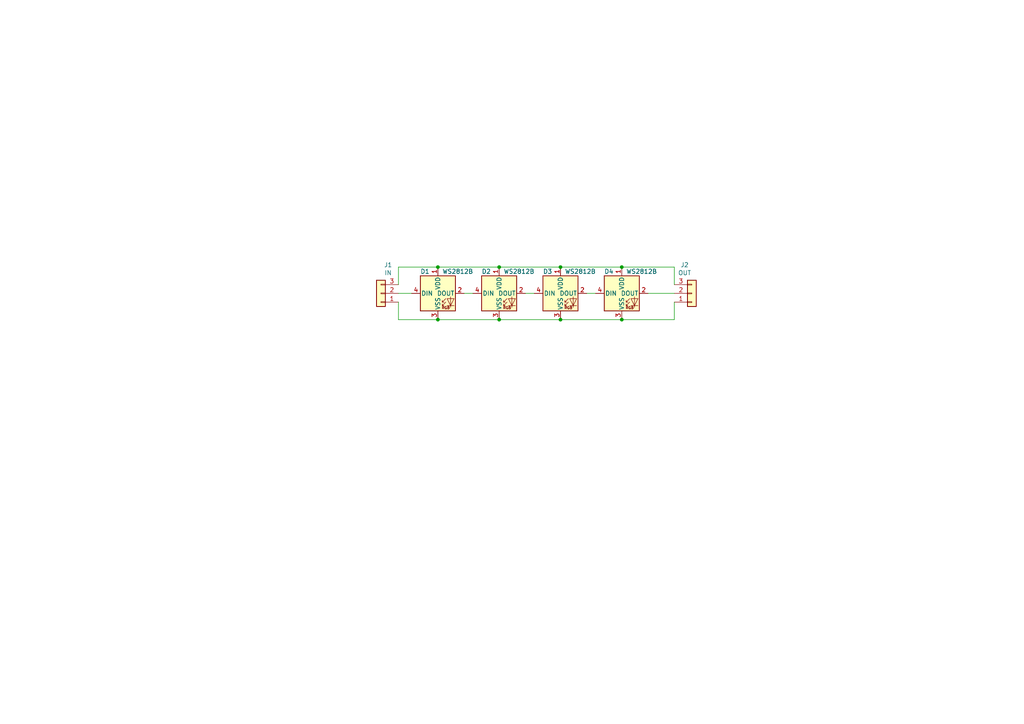
<source format=kicad_sch>
(kicad_sch (version 20230121) (generator eeschema)
  (paper "A4")
  (lib_symbols
    (symbol "Connector_Generic:Conn_01x03" (pin_names (offset 1.016) hide)
      (property "Reference" "J" (at 0 5.08 0))
      (property "Value" "Conn_01x03" (at 0 -5.08 0))
      (symbol "Conn_01x03_1_1"
        (rectangle (start -1.27 -2.413) (end 0 -2.667) (stroke (width 0.1524)))
        (rectangle (start -1.27 0.127) (end 0 -0.127) (stroke (width 0.1524)))
        (rectangle (start -1.27 2.667) (end 0 2.413) (stroke (width 0.1524)))
        (rectangle (start -1.27 3.81) (end 1.27 -3.81) (stroke (width 0.254)) (fill (type background)))
        (pin passive line (at -5.08 2.54 0) (length 3.81) (name "Pin_1") (number "1"))
        (pin passive line (at -5.08 0 0) (length 3.81) (name "Pin_2") (number "2"))
        (pin passive line (at -5.08 -2.54 0) (length 3.81) (name "Pin_3") (number "3"))
      )
    )
    (symbol "LED:WS2812B" (pin_names (offset 0.254))
      (property "Reference" "D" (at 5.08 5.715 0))
      (property "Value" "WS2812B" (at 1.27 -5.715 0))
      (symbol "WS2812B_0_0"
        (text "RGB" (at 2.286 -4.191 0) (effects (font (size 0.762 0.762))))
      )
      (symbol "WS2812B_0_1"
        (polyline (pts (xy 1.27 -3.556) (xy 1.778 -3.556)))
        (polyline (pts (xy 1.27 -2.54) (xy 1.778 -2.54)))
        (polyline (pts (xy 4.699 -3.556) (xy 2.667 -3.556)))
        (polyline (pts (xy 2.286 -2.54) (xy 1.27 -3.556) (xy 1.27 -3.048)))
        (polyline (pts (xy 2.286 -1.524) (xy 1.27 -2.54) (xy 1.27 -2.032)))
        (polyline (pts (xy 3.683 -1.016) (xy 3.683 -3.556) (xy 3.683 -4.064)))
        (polyline (pts (xy 4.699 -1.524) (xy 2.667 -1.524) (xy 3.683 -3.556) (xy 4.699 -1.524)))
        (rectangle (start 5.08 5.08) (end -5.08 -5.08) (stroke (width 0.254)) (fill (type background)))
      )
      (symbol "WS2812B_1_1"
        (pin power_in line (at 0 7.62 270) (length 2.54) (name "VDD") (number "1"))
        (pin output line (at 7.62 0 180) (length 2.54) (name "DOUT") (number "2"))
        (pin power_in line (at 0 -7.62 90) (length 2.54) (name "VSS") (number "3"))
        (pin input line (at -7.62 0 0) (length 2.54) (name "DIN") (number "4"))
      )
    )
  )
  (junction (at 180.34 92.71))
  (junction (at 144.78 77.47))
  (junction (at 144.78 92.71))
  (junction (at 127 92.71))
  (junction (at 180.34 77.47))
  (junction (at 162.56 77.47))
  (junction (at 127 77.47))
  (junction (at 162.56 92.71))
  (wire (pts (xy 195.58 87.63) (xy 195.58 92.71)))
  (wire (pts (xy 127 77.47) (xy 144.78 77.47)))
  (wire (pts (xy 144.78 92.71) (xy 162.56 92.71)))
  (wire (pts (xy 187.96 85.09) (xy 195.58 85.09)))
  (wire (pts (xy 127 92.71) (xy 144.78 92.71)))
  (wire (pts (xy 195.58 92.71) (xy 180.34 92.71)))
  (wire (pts (xy 170.18 85.09) (xy 172.72 85.09)))
  (wire (pts (xy 115.57 85.09) (xy 119.38 85.09)))
  (wire (pts (xy 152.4 85.09) (xy 154.94 85.09)))
  (wire (pts (xy 144.78 77.47) (xy 162.56 77.47)))
  (wire (pts (xy 127 77.47) (xy 115.57 77.47)))
  (wire (pts (xy 180.34 77.47) (xy 195.58 77.47)))
  (wire (pts (xy 115.57 87.63) (xy 115.57 92.71)))
  (wire (pts (xy 115.57 92.71) (xy 127 92.71)))
  (wire (pts (xy 195.58 77.47) (xy 195.58 82.55)))
  (wire (pts (xy 162.56 77.47) (xy 180.34 77.47)))
  (wire (pts (xy 162.56 92.71) (xy 180.34 92.71)))
  (wire (pts (xy 134.62 85.09) (xy 137.16 85.09)))
  (wire (pts (xy 115.57 77.47) (xy 115.57 82.55)))
  (symbol (lib_id "LED:WS2812B") (at 127 85.09 0) (unit 1)
    (property "Reference" "D1" (at 121.92 78.74 0) (effects (justify left)))
    (property "Value" "WS2812B" (at 128.27 78.74 0) (effects (justify left)))
    (property "Footprint" "LED_SMD:LED_WS2812B_PLCC4_5.0x5.0mm_P3.2mm" (effects hide))
    (property "Datasheet" "https://cdn-shop.adafruit.com/datasheets/WS2812B.pdf" (effects hide))
  )
  (symbol (lib_id "LED:WS2812B") (at 144.78 85.09 0) (unit 1)
    (property "Reference" "D2" (at 139.7 78.74 0) (effects (justify left)))
    (property "Value" "WS2812B" (at 146.05 78.74 0) (effects (justify left)))
    (property "Footprint" "LED_SMD:LED_WS2812B_PLCC4_5.0x5.0mm_P3.2mm" (effects hide))
    (property "Datasheet" "https://cdn-shop.adafruit.com/datasheets/WS2812B.pdf" (effects hide))
  )
  (symbol (lib_id "LED:WS2812B") (at 162.56 85.09 0) (unit 1)
    (property "Reference" "D3" (at 157.48 78.74 0) (effects (justify left)))
    (property "Value" "WS2812B" (at 163.83 78.74 0) (effects (justify left)))
    (property "Footprint" "LED_SMD:LED_WS2812B_PLCC4_5.0x5.0mm_P3.2mm" (effects hide))
    (property "Datasheet" "https://cdn-shop.adafruit.com/datasheets/WS2812B.pdf" (effects hide))
  )
  (symbol (lib_id "LED:WS2812B") (at 180.34 85.09 0) (unit 1)
    (property "Reference" "D4" (at 175.26 78.74 0) (effects (justify left)))
    (property "Value" "WS2812B" (at 181.61 78.74 0) (effects (justify left)))
    (property "Footprint" "LED_SMD:LED_WS2812B_PLCC4_5.0x5.0mm_P3.2mm" (effects hide))
    (property "Datasheet" "https://cdn-shop.adafruit.com/datasheets/WS2812B.pdf" (effects hide))
  )
  (symbol (lib_id "Connector_Generic:Conn_01x03") (at 110.49 85.09 180) (unit 1)
    (property "Reference" "J1" (at 112.5728 76.835 0))
    (property "Value" "IN" (at 112.5728 79.1464 0))
    (property "Footprint" "Connector_PinHeader_2.54mm:PinHeader_1x03_P2.54mm_Vertical" (effects hide))
  )
  (symbol (lib_id "Connector_Generic:Conn_01x03") (at 200.66 85.09 0) (mirror x) (unit 1)
    (property "Reference" "J2" (at 198.5772 76.835 0))
    (property "Value" "OUT" (at 198.5772 79.1464 0))
    (property "Footprint" "Connector_PinHeader_2.54mm:PinHeader_1x03_P2.54mm_Vertical" (effects hide))
  )
)
</source>
